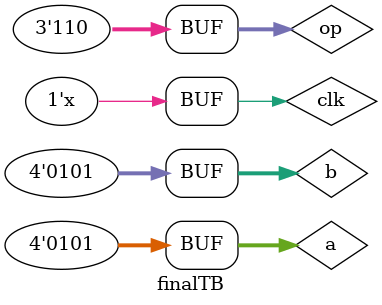
<source format=v>
`timescale 1ns / 1ps
module finalTB();

    reg [3:0] a;
    reg [3:0] b;
    reg [2:0] op;
    wire [6:0] out;
    wire [2:0] invAn;
    reg clk = 0;
    
    always #1 clk = ~clk;

    top uut (
        .clk(clk),
        .a(a),
        .b(b),
        .op(op),
        .out(out),
        .invAn(invAn)
    );

    initial begin
        #100
        a = 4'b0101; b = 4'b0101; op = 3'b110; #900;
        a = 4'b0011; b = 4'b0101; op = 3'b001; #900;
        a = 4'b1111; b = 4'b1000; op = 3'b010; #900;
        a = 4'b0101; b = 4'b0010; op = 3'b011; #900;
        a = 4'b1001; b = 4'b0110; op = 3'b100; #900;
        a = 4'b1100; b = 4'b0011; op = 3'b101; #900;
        a = 4'b0101; b = 4'b0101; op = 3'b110; #900;
        a = 4'b0101; b = 4'b0101; op = 3'b110; #900;
        
    end

endmodule
</source>
